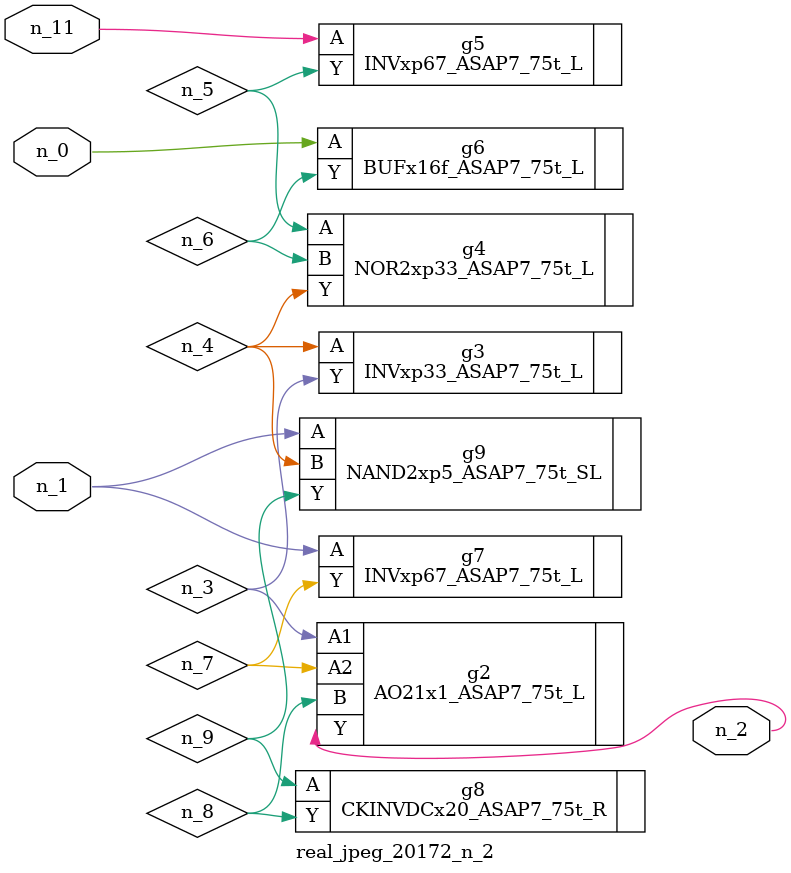
<source format=v>
module real_jpeg_20172_n_2 (n_1, n_11, n_0, n_2);

input n_1;
input n_11;
input n_0;

output n_2;

wire n_5;
wire n_4;
wire n_8;
wire n_6;
wire n_7;
wire n_3;
wire n_9;

BUFx16f_ASAP7_75t_L g6 ( 
.A(n_0),
.Y(n_6)
);

INVxp67_ASAP7_75t_L g7 ( 
.A(n_1),
.Y(n_7)
);

NAND2xp5_ASAP7_75t_SL g9 ( 
.A(n_1),
.B(n_4),
.Y(n_9)
);

AO21x1_ASAP7_75t_L g2 ( 
.A1(n_3),
.A2(n_7),
.B(n_8),
.Y(n_2)
);

INVxp33_ASAP7_75t_L g3 ( 
.A(n_4),
.Y(n_3)
);

NOR2xp33_ASAP7_75t_L g4 ( 
.A(n_5),
.B(n_6),
.Y(n_4)
);

CKINVDCx20_ASAP7_75t_R g8 ( 
.A(n_9),
.Y(n_8)
);

INVxp67_ASAP7_75t_L g5 ( 
.A(n_11),
.Y(n_5)
);


endmodule
</source>
